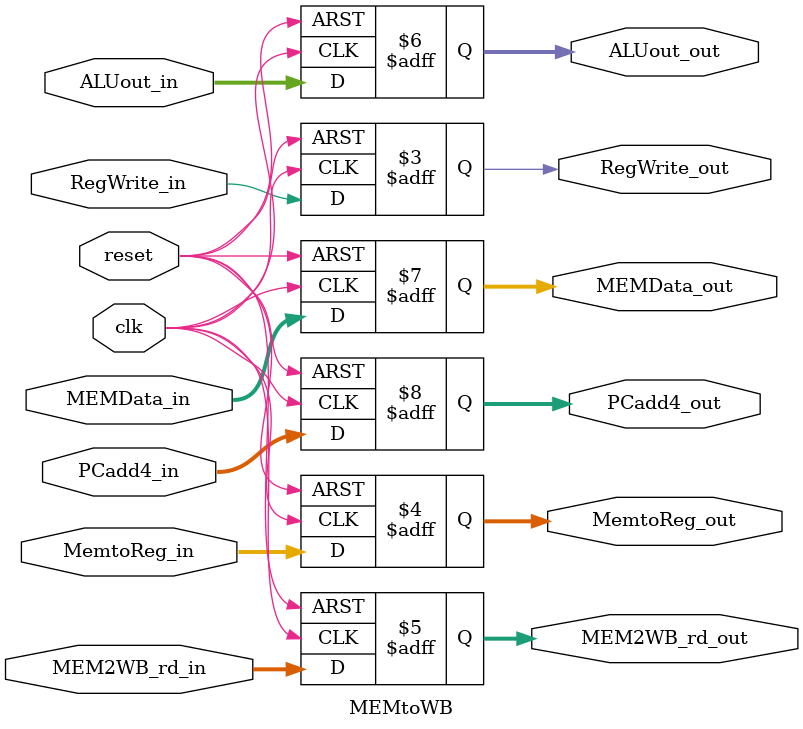
<source format=v>
`timescale 1ns/1ns

module MEMtoWB(clk,reset,PCadd4_in,PCadd4_out,
               MemtoReg_in,RegWrite_in,           //WB
               ALUout_in,MEMData_in,MEM2WB_rd_in,
               MemtoReg_out,RegWrite_out,           //WB
               ALUout_out,MEMData_out,MEM2WB_rd_out);
input clk,reset;
input RegWrite_in;
input [1:0] MemtoReg_in;
input [4:0] MEM2WB_rd_in;
input [31:0] ALUout_in,MEMData_in,PCadd4_in;
output reg RegWrite_out;
output reg [1:0] MemtoReg_out;
output reg [4:0] MEM2WB_rd_out;
output reg [31:0] ALUout_out,MEMData_out,PCadd4_out;

always @(posedge clk or negedge reset)
begin
  if(~reset)
  begin
    RegWrite_out<=1'b0;
    MemtoReg_out<=2'b00;
    MEM2WB_rd_out<=5'b00000;
    ALUout_out<=32'h00000000;
    MEMData_out<=32'h00000000;
    PCadd4_out<=32'h00000000;
  end
  else
  begin
    RegWrite_out<=RegWrite_in;
    MemtoReg_out<=MemtoReg_in;
    MEM2WB_rd_out<=MEM2WB_rd_in;
    ALUout_out<=ALUout_in;
    MEMData_out<=MEMData_in;
    PCadd4_out<=PCadd4_in;   
  end
end

endmodule
</source>
